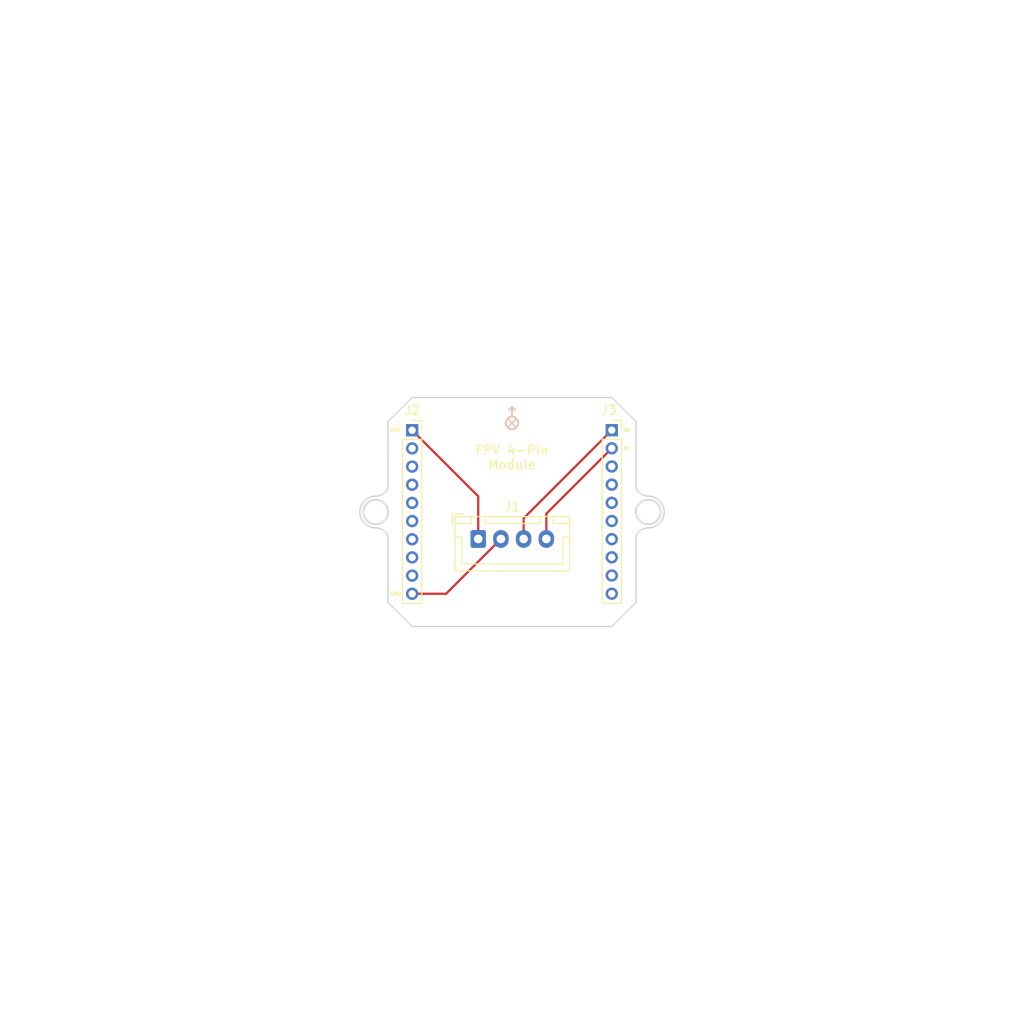
<source format=kicad_pcb>
(kicad_pcb (version 20221018) (generator pcbnew)
  (title_block (title "4-pin FPV Interface for Bitcraze Crazyflie 2.0") (date "2023-10-02") (company "Jose Ignacio Granados Marín") (comment 1 "Desarrollo de un vehículo aéreo no tripulado modular de bajo costo") (comment 2 "Trabajo Final de Graduación") (comment 3 "Área Académica de Ingeniería en Computadores") (comment 4 "Instituto Tecnológico de Costa Rica"))
  (layers (0 "F.Cu" signal) (31 "B.Cu" signal) (34 "B.Paste" user) (35 "F.Paste" user) (36 "B.SilkS" user "B.Silkscreen") (37 "F.SilkS" user "F.Silkscreen") (38 "B.Mask" user) (39 "F.Mask" user) (44 "Edge.Cuts" user))
  (net 0 "")
  (net 1 "Net-(J1-Pin_1)")
  (net 2 "Net-(J1-Pin_2)")
  (net 3 "Net-(J1-Pin_3)")
  (net 4 "Net-(J1-Pin_4)")
  (footprint "Connector_PinSocket_2.00mm:PinSocket_1x10_P2.00mm_Vertical" (layer "F.Cu") (at 138.33 71.28)
    (fp_text reference "J2" (at 0 -2.21) (layer "F.SilkS"))
    (fp_text value "Conn_01x10_Socket" hide)
    (fp_line (start -1.06 1) (end -1.06 19.06) (stroke (width 0.12)) (layer "F.SilkS"))
    (fp_line (start -1.06 1) (end 1.06 1) (stroke (width 0.12)) (layer "F.SilkS"))
    (fp_line (start -1.06 19.06) (end 1.06 19.06) (stroke (width 0.12)) (layer "F.SilkS"))
    (fp_line (start 0 -1.06) (end 1.06 -1.06) (stroke (width 0.12)) (layer "F.SilkS"))
    (fp_line (start 1.06 -1.06) (end 1.06 0) (stroke (width 0.12)) (layer "F.SilkS"))
    (fp_line (start 1.06 1) (end 1.06 19.06) (stroke (width 0.12)) (layer "F.SilkS"))
    (pad "1" thru_hole rect (at 0 0) (size 1.35 1.35) (drill 0.8) (layers "*.Cu" "*.Mask") (net 1 "Net-(J1-Pin_1)"))
    (pad "2" thru_hole oval (at 0 2) (size 1.35 1.35) (drill 0.8) (layers "*.Cu" "*.Mask"))
    (pad "3" thru_hole oval (at 0 4) (size 1.35 1.35) (drill 0.8) (layers "*.Cu" "*.Mask"))
    (pad "4" thru_hole oval (at 0 6) (size 1.35 1.35) (drill 0.8) (layers "*.Cu" "*.Mask"))
    (pad "5" thru_hole oval (at 0 8) (size 1.35 1.35) (drill 0.8) (layers "*.Cu" "*.Mask"))
    (pad "6" thru_hole oval (at 0 10) (size 1.35 1.35) (drill 0.8) (layers "*.Cu" "*.Mask"))
    (pad "7" thru_hole oval (at 0 12) (size 1.35 1.35) (drill 0.8) (layers "*.Cu" "*.Mask"))
    (pad "8" thru_hole oval (at 0 14) (size 1.35 1.35) (drill 0.8) (layers "*.Cu" "*.Mask"))
    (pad "9" thru_hole oval (at 0 16) (size 1.35 1.35) (drill 0.8) (layers "*.Cu" "*.Mask"))
    (pad "10" thru_hole oval (at 0 18) (size 1.35 1.35) (drill 0.8) (layers "*.Cu" "*.Mask") (net 2 "Net-(J1-Pin_2)"))
  )
  (footprint "bitcraze:EXP_ORIENTATION" (layer "F.Cu") (at 149.32 70.48 90)
    (fp_text reference "EXP_ORIENTATION" hide)
    (fp_text value "VAL**" hide)
    (fp_line (start 0 0) (end -0.475 -0.475) (stroke (width 0.15)) (layer "B.SilkS"))
    (fp_line (start 0 0) (end -0.475 0.475) (stroke (width 0.15)) (layer "B.SilkS"))
    (fp_line (start 0 0) (end 0.475 -0.475) (stroke (width 0.15)) (layer "B.SilkS"))
    (fp_line (start 0 0) (end 0.475 0.475) (stroke (width 0.15)) (layer "B.SilkS"))
    (fp_line (start 0.7 0) (end 1.8 0) (stroke (width 0.15)) (layer "B.SilkS"))
    (fp_line (start 1.8 0) (end 1.4 -0.35) (stroke (width 0.15)) (layer "B.SilkS"))
    (fp_line (start 1.8 0) (end 1.4 0.35) (stroke (width 0.15)) (layer "B.SilkS"))
    (fp_circle (center 0 0) (end 0.7 0.025) (stroke (width 0.15)) (fill none) (layer "B.SilkS"))
    (fp_line (start 0.7 0) (end 1.8 0) (stroke (width 0.15)) (layer "F.SilkS"))
    (fp_line (start 1.8 0) (end 1.4 -0.35) (stroke (width 0.15)) (layer "F.SilkS"))
    (fp_line (start 1.8 0) (end 1.4 0.35) (stroke (width 0.15)) (layer "F.SilkS"))
    (fp_circle (center 0 0) (end 0.075 0.025) (stroke (width 0.15)) (fill none) (layer "F.SilkS"))
    (fp_circle (center 0 0) (end 0.7 0.025) (stroke (width 0.15)) (fill none) (layer "F.SilkS"))
  )
  (footprint "Connector_PinSocket_2.00mm:PinSocket_1x10_P2.00mm_Vertical" (layer "F.Cu") (at 160.3 71.27)
    (fp_text reference "J3" (at -0.31 -2.2) (layer "F.SilkS"))
    (fp_text value "Conn_01x10_Socket" hide)
    (fp_line (start -1.06 1) (end -1.06 19.06) (stroke (width 0.12)) (layer "F.SilkS"))
    (fp_line (start -1.06 1) (end 1.06 1) (stroke (width 0.12)) (layer "F.SilkS"))
    (fp_line (start -1.06 19.06) (end 1.06 19.06) (stroke (width 0.12)) (layer "F.SilkS"))
    (fp_line (start 0 -1.06) (end 1.06 -1.06) (stroke (width 0.12)) (layer "F.SilkS"))
    (fp_line (start 1.06 -1.06) (end 1.06 0) (stroke (width 0.12)) (layer "F.SilkS"))
    (fp_line (start 1.06 1) (end 1.06 19.06) (stroke (width 0.12)) (layer "F.SilkS"))
    (pad "1" thru_hole rect (at 0 0) (size 1.35 1.35) (drill 0.8) (layers "*.Cu" "*.Mask") (net 3 "Net-(J1-Pin_3)"))
    (pad "2" thru_hole oval (at 0 2) (size 1.35 1.35) (drill 0.8) (layers "*.Cu" "*.Mask") (net 4 "Net-(J1-Pin_4)"))
    (pad "3" thru_hole oval (at 0 4) (size 1.35 1.35) (drill 0.8) (layers "*.Cu" "*.Mask"))
    (pad "4" thru_hole oval (at 0 6) (size 1.35 1.35) (drill 0.8) (layers "*.Cu" "*.Mask"))
    (pad "5" thru_hole oval (at 0 8) (size 1.35 1.35) (drill 0.8) (layers "*.Cu" "*.Mask"))
    (pad "6" thru_hole oval (at 0 10) (size 1.35 1.35) (drill 0.8) (layers "*.Cu" "*.Mask"))
    (pad "7" thru_hole oval (at 0 12) (size 1.35 1.35) (drill 0.8) (layers "*.Cu" "*.Mask"))
    (pad "8" thru_hole oval (at 0 14) (size 1.35 1.35) (drill 0.8) (layers "*.Cu" "*.Mask"))
    (pad "9" thru_hole oval (at 0 16) (size 1.35 1.35) (drill 0.8) (layers "*.Cu" "*.Mask"))
    (pad "10" thru_hole oval (at 0 18) (size 1.35 1.35) (drill 0.8) (layers "*.Cu" "*.Mask"))
  )
  (footprint "Connector_JST:JST_XH_B4B-XH-A_1x04_P2.50mm_Vertical" (layer "F.Cu") (at 145.6 83.245)
    (fp_text reference "J1" (at 3.75 -3.55) (layer "F.SilkS"))
    (fp_text value "Conn_01x04_Socket" hide)
    (fp_line (start -2.85 -2.75) (end -2.85 -1.5) (stroke (width 0.12)) (layer "F.SilkS"))
    (fp_line (start -2.56 -2.46) (end -2.56 3.51) (stroke (width 0.12)) (layer "F.SilkS"))
    (fp_line (start -2.56 3.51) (end 10.06 3.51) (stroke (width 0.12)) (layer "F.SilkS"))
    (fp_line (start -2.55 -2.45) (end -2.55 -1.7) (stroke (width 0.12)) (layer "F.SilkS"))
    (fp_line (start -2.55 -1.7) (end -0.75 -1.7) (stroke (width 0.12)) (layer "F.SilkS"))
    (fp_line (start -2.55 -0.2) (end -1.8 -0.2) (stroke (width 0.12)) (layer "F.SilkS"))
    (fp_line (start -1.8 -0.2) (end -1.8 2.75) (stroke (width 0.12)) (layer "F.SilkS"))
    (fp_line (start -1.8 2.75) (end 3.75 2.75) (stroke (width 0.12)) (layer "F.SilkS"))
    (fp_line (start -1.6 -2.75) (end -2.85 -2.75) (stroke (width 0.12)) (layer "F.SilkS"))
    (fp_line (start -0.75 -2.45) (end -2.55 -2.45) (stroke (width 0.12)) (layer "F.SilkS"))
    (fp_line (start -0.75 -1.7) (end -0.75 -2.45) (stroke (width 0.12)) (layer "F.SilkS"))
    (fp_line (start 0.75 -2.45) (end 0.75 -1.7) (stroke (width 0.12)) (layer "F.SilkS"))
    (fp_line (start 0.75 -1.7) (end 6.75 -1.7) (stroke (width 0.12)) (layer "F.SilkS"))
    (fp_line (start 6.75 -2.45) (end 0.75 -2.45) (stroke (width 0.12)) (layer "F.SilkS"))
    (fp_line (start 6.75 -1.7) (end 6.75 -2.45) (stroke (width 0.12)) (layer "F.SilkS"))
    (fp_line (start 8.25 -2.45) (end 8.25 -1.7) (stroke (width 0.12)) (layer "F.SilkS"))
    (fp_line (start 8.25 -1.7) (end 10.05 -1.7) (stroke (width 0.12)) (layer "F.SilkS"))
    (fp_line (start 9.3 -0.2) (end 9.3 2.75) (stroke (width 0.12)) (layer "F.SilkS"))
    (fp_line (start 9.3 2.75) (end 3.75 2.75) (stroke (width 0.12)) (layer "F.SilkS"))
    (fp_line (start 10.05 -2.45) (end 8.25 -2.45) (stroke (width 0.12)) (layer "F.SilkS"))
    (fp_line (start 10.05 -1.7) (end 10.05 -2.45) (stroke (width 0.12)) (layer "F.SilkS"))
    (fp_line (start 10.05 -0.2) (end 9.3 -0.2) (stroke (width 0.12)) (layer "F.SilkS"))
    (fp_line (start 10.06 -2.46) (end -2.56 -2.46) (stroke (width 0.12)) (layer "F.SilkS"))
    (fp_line (start 10.06 3.51) (end 10.06 -2.46) (stroke (width 0.12)) (layer "F.SilkS"))
    (pad "1" thru_hole roundrect (at 0 0) (size 1.7 1.95) (drill 0.95) (layers "*.Cu" "*.Mask") (roundrect_rratio 0.1470588235) (net 1 "Net-(J1-Pin_1)"))
    (pad "2" thru_hole oval (at 2.5 0) (size 1.7 1.95) (drill 0.95) (layers "*.Cu" "*.Mask") (net 2 "Net-(J1-Pin_2)"))
    (pad "3" thru_hole oval (at 5 0) (size 1.7 1.95) (drill 0.95) (layers "*.Cu" "*.Mask") (net 3 "Net-(J1-Pin_3)"))
    (pad "4" thru_hole oval (at 7.5 0) (size 1.7 1.95) (drill 0.95) (layers "*.Cu" "*.Mask") (net 4 "Net-(J1-Pin_4)"))
  )
  (gr_line (start 133.291018 78.86448) (end 133.211854 78.925557) (stroke (width 0.15)) (layer "Edge.Cuts"))
  (gr_line (start 134.87665 78.419266) (end 134.783021 78.454333) (stroke (width 0.15)) (layer "Edge.Cuts"))
  (gr_line (start 134.517179 82.044017) (end 134.615656 82.061292) (stroke (width 0.15)) (layer "Edge.Cuts"))
  (gr_line (start 166.069317 80.231112) (end 166.069254 80.331099) (stroke (width 0.15)) (layer "Edge.Cuts"))
  (gr_line (start 165.642957 79.134449) (end 165.706222 79.211876) (stroke (width 0.15)) (layer "Edge.Cuts"))
  (gr_line (start 163.325178 82.428846) (end 163.255116 82.500172) (stroke (width 0.15)) (layer "Edge.Cuts"))
  (gr_line (start 133.37354 78.808023) (end 133.291018 78.86448) (stroke (width 0.15)) (layer "Edge.Cuts"))
  (gr_line (start 164.519565 78.541416) (end 164.618533 78.555651) (stroke (width 0.15)) (layer "Edge.Cuts"))
  (gr_line (start 165.911271 81.008256) (end 165.867082 81.097948) (stroke (width 0.15)) (layer "Edge.Cuts"))
  (gr_line (start 133.925628 81.984985) (end 134.023647 82.004725) (stroke (width 0.15)) (layer "Edge.Cuts"))
  (gr_line (start 135.653179 82.919159) (end 135.67 90.23) (stroke (width 0.15)) (layer "Edge.Cuts"))
  (gr_line (start 132.627258 79.836012) (end 132.604664 79.933413) (stroke (width 0.15)) (layer "Edge.Cuts"))
  (gr_line (start 134.615656 82.061292) (end 134.712708 82.085312) (stroke (width 0.15)) (layer "Edge.Cuts"))
  (gr_line (start 162.22 69.58) (end 160.32 67.68) (stroke (width 0.15)) (layer "Edge.Cuts"))
  (gr_line (start 164.32217 82.029999) (end 164.32217 82.029999) (stroke (width 0.15)) (layer "Edge.Cuts"))
  (gr_line (start 164.248807 78.528256) (end 164.32 78.53) (stroke (width 0.15)) (layer "Edge.Cuts"))
  (gr_line (start 135.220639 78.217609) (end 135.140051 78.276783) (stroke (width 0.15)) (layer "Edge.Cuts"))
  (gr_line (start 133.73377 81.928889) (end 133.828898 81.959678) (stroke (width 0.15)) (layer "Edge.Cuts"))
  (gr_line (start 166.034897 80.628755) (end 166.01218 80.726127) (stroke (width 0.15)) (layer "Edge.Cuts"))
  (gr_line (start 135.684789 77.578396) (end 135.647017 77.670967) (stroke (width 0.15)) (layer "Edge.Cuts"))
  (gr_line (start 133.137939 81.570439) (end 133.213567 81.635842) (stroke (width 0.15)) (layer "Edge.Cuts"))
  (gr_line (start 132.655378 79.740062) (end 132.627258 79.836012) (stroke (width 0.15)) (layer "Edge.Cuts"))
  (gr_circle (center 164.32 80.28) (end 165.67 80.28) (stroke (width 0.2)) (fill none) (layer "Edge.Cuts"))
  (gr_line (start 135.384884 82.500172) (end 135.449863 82.576157) (stroke (width 0.15)) (layer "Edge.Cuts"))
  (gr_line (start 132.62782 80.726127) (end 132.656061 80.822042) (stroke (width 0.15)) (layer "Edge.Cuts"))
  (gr_line (start 165.867082 81.097948) (end 165.817842 81.18497) (stroke (width 0.15)) (layer "Edge.Cuts"))
  (gr_line (start 135.647017 77.670967) (end 135.602974 77.760724) (stroke (width 0.15)) (layer "Edge.Cuts"))
  (gr_line (start 164.811102 81.959678) (end 164.714372 81.984985) (stroke (width 0.15)) (layer "Edge.Cuts"))
  (gr_line (start 165.503691 78.991056) (end 165.575373 79.060763) (stroke (width 0.15)) (layer "Edge.Cuts"))
  (gr_line (start 132.933778 79.211876) (end 132.875038 79.292789) (stroke (width 0.15)) (layer "Edge.Cuts"))
  (gr_line (start 134.32 78.53) (end 134.220054 78.532856) (stroke (width 0.15)) (layer "Edge.Cuts"))
  (gr_line (start 165.426433 81.635842) (end 165.347192 81.696819) (stroke (width 0.15)) (layer "Edge.Cuts"))
  (gr_line (start 166.052016 80.530245) (end 166.034897 80.628755) (stroke (width 0.15)) (layer "Edge.Cuts"))
  (gr_line (start 134.712708 82.085312) (end 134.807874 82.115963) (stroke (width 0.15)) (layer "Edge.Cuts"))
  (gr_line (start 165.180848 78.756372) (end 165.26646 78.808023) (stroke (width 0.15)) (layer "Edge.Cuts"))
  (gr_line (start 135.140051 78.276783) (end 135.055588 78.330281) (stroke (width 0.15)) (layer "Edge.Cuts"))
  (gr_line (start 135.314822 82.428846) (end 135.384884 82.500172) (stroke (width 0.15)) (layer "Edge.Cuts"))
  (gr_line (start 165.950266 80.916188) (end 165.911271 81.008256) (stroke (width 0.15)) (layer "Edge.Cuts"))
  (gr_circle (center 134.32 80.28) (end 135.67 80.28) (stroke (width 0.2)) (fill none) (layer "Edge.Cuts"))
  (gr_line (start 134.687204 78.482884) (end 134.589652 78.504785) (stroke (width 0.15)) (layer "Edge.Cuts"))
  (gr_line (start 162.955211 77.578396) (end 162.992983 77.670967) (stroke (width 0.15)) (layer "Edge.Cuts"))
  (gr_line (start 164.417737 82.027269) (end 164.32217 82.029999) (stroke (width 0.15)) (layer "Edge.Cuts"))
  (gr_line (start 163.190137 82.576157) (end 163.130547 82.656438) (stroke (width 0.15)) (layer "Edge.Cuts"))
  (gr_line (start 132.72781 79.553755) (end 132.688931 79.645873) (stroke (width 0.15)) (layer "Edge.Cuts"))
  (gr_line (start 134.220054 78.532856) (end 134.120435 78.541416) (stroke (width 0.15)) (layer "Edge.Cuts"))
  (gr_line (start 165.641508 81.427222) (end 165.573831 81.500823) (stroke (width 0.15)) (layer "Edge.Cuts"))
  (gr_line (start 163.143059 77.930117) (end 163.20455 78.008951) (stroke (width 0.15)) (layer "Edge.Cuts"))
  (gr_line (start 165.868114 79.464008) (end 165.91219 79.553755) (stroke (width 0.15)) (layer "Edge.Cuts"))
  (gr_line (start 132.576519 80.430918) (end 132.587984 80.530245) (stroke (width 0.15)) (layer "Edge.Cuts"))
  (gr_line (start 133.461078 81.804715) (end 133.54956 81.851281) (stroke (width 0.15)) (layer "Edge.Cuts"))
  (gr_line (start 165.001482 78.668143) (end 165.092426 78.709694) (stroke (width 0.15)) (layer "Edge.Cuts"))
  (gr_line (start 163.562411 82.246089) (end 163.479191 82.301502) (stroke (width 0.15)) (layer "Edge.Cuts"))
  (gr_line (start 163.952796 78.482884) (end 164.050348 78.504785) (stroke (width 0.15)) (layer "Edge.Cuts"))
  (gr_line (start 163.076632 82.740636) (end 163.028647 82.828348) (stroke (width 0.15)) (layer "Edge.Cuts"))
  (gr_line (start 133.213567 81.635842) (end 133.292808 81.696819) (stroke (width 0.15)) (layer "Edge.Cuts"))
  (gr_line (start 164.32217 82.029999) (end 164.222254 82.03357) (stroke (width 0.15)) (layer "Edge.Cuts"))
  (gr_line (start 163.271312 78.083376) (end 163.343028 78.153038) (stroke (width 0.15)) (layer "Edge.Cuts"))
  (gr_line (start 133.54956 81.851281) (end 133.640556 81.892717) (stroke (width 0.15)) (layer "Edge.Cuts"))
  (gr_line (start 133.066169 81.500823) (end 133.137939 81.570439) (stroke (width 0.15)) (layer "Edge.Cuts"))
  (gr_line (start 163.399988 82.362517) (end 163.325178 82.428846) (stroke (width 0.15)) (layer "Edge.Cuts"))
  (gr_line (start 163.130547 82.656438) (end 163.076632 82.740636) (stroke (width 0.15)) (layer "Edge.Cuts"))
  (gr_line (start 135.160809 82.301502) (end 135.240012 82.362517) (stroke (width 0.15)) (layer "Edge.Cuts"))
  (gr_line (start 132.821015 79.376924) (end 132.771886 79.464008) (stroke (width 0.15)) (layer "Edge.Cuts"))
  (gr_line (start 133.731686 78.631853) (end 133.638518 78.668143) (stroke (width 0.15)) (layer "Edge.Cuts"))
  (gr_line (start 135.55287 77.847244) (end 135.496941 77.930117) (stroke (width 0.15)) (layer "Edge.Cuts"))
  (gr_line (start 165.763713 81.269037) (end 165.704871 81.349876) (stroke (width 0.15)) (layer "Edge.Cuts"))
  (gr_line (start 135.496941 77.930117) (end 135.43545 78.008951) (stroke (width 0.15)) (layer "Edge.Cuts"))
  (gr_line (start 163.08713 77.847244) (end 163.143059 77.930117) (stroke (width 0.15)) (layer "Edge.Cuts"))
  (gr_line (start 133.064627 79.060763) (end 132.997043 79.134449) (stroke (width 0.15)) (layer "Edge.Cuts"))
  (gr_line (start 166.063481 80.430918) (end 166.052016 80.530245) (stroke (width 0.15)) (layer "Edge.Cuts"))
  (gr_line (start 134.31783 82.029999) (end 134.417746 82.03357) (stroke (width 0.15)) (layer "Edge.Cuts"))
  (gr_line (start 164.999444 81.892717) (end 164.90623 81.928889) (stroke (width 0.15)) (layer "Edge.Cuts"))
  (gr_line (start 132.997043 79.134449) (end 132.933778 79.211876) (stroke (width 0.15)) (layer "Edge.Cuts"))
  (gr_line (start 163.419361 78.217609) (end 163.499949 78.276783) (stroke (width 0.15)) (layer "Edge.Cuts"))
  (gr_line (start 165.178922 81.804715) (end 165.09044 81.851281) (stroke (width 0.15)) (layer "Edge.Cuts"))
  (gr_line (start 135.055588 78.330281) (end 134.967649 78.377851) (stroke (width 0.15)) (layer "Edge.Cuts"))
  (gr_line (start 164.122821 82.044017) (end 164.024344 82.061292) (stroke (width 0.15)) (layer "Edge.Cuts"))
  (gr_line (start 133.923474 78.575515) (end 133.826775 78.600944) (stroke (width 0.15)) (layer "Edge.Cuts"))
  (gr_line (start 165.706222 79.211876) (end 165.764962 79.292789) (stroke (width 0.15)) (layer "Edge.Cuts"))
  (gr_line (start 163.037026 77.760724) (end 163.08713 77.847244) (stroke (width 0.15)) (layer "Edge.Cuts"))
  (gr_line (start 135.509453 82.656438) (end 135.563368 82.740636) (stroke (width 0.15)) (layer "Edge.Cuts"))
  (gr_line (start 164.517367 82.018835) (end 164.417737 82.027269) (stroke (width 0.15)) (layer "Edge.Cuts"))
  (gr_line (start 132.876287 81.269037) (end 132.935129 81.349876) (stroke (width 0.15)) (layer "Edge.Cuts"))
  (gr_line (start 132.998492 81.427222) (end 133.066169 81.500823) (stroke (width 0.15)) (layer "Edge.Cuts"))
  (gr_line (start 164.222254 82.03357) (end 164.122821 82.044017) (stroke (width 0.15)) (layer "Edge.Cuts"))
  (gr_line (start 135.602974 77.760724) (end 135.55287 77.847244) (stroke (width 0.15)) (layer "Edge.Cuts"))
  (gr_line (start 165.09044 81.851281) (end 164.999444 81.892717) (stroke (width 0.15)) (layer "Edge.Cuts"))
  (gr_line (start 132.822158 81.18497) (end 132.876287 81.269037) (stroke (width 0.15)) (layer "Edge.Cuts"))
  (gr_line (start 163.76335 78.419266) (end 163.856979 78.454333) (stroke (width 0.15)) (layer "Edge.Cuts"))
  (gr_line (start 134.967649 78.377851) (end 134.87665 78.419266) (stroke (width 0.15)) (layer "Edge.Cuts"))
  (gr_line (start 135.077589 82.246089) (end 135.160809 82.301502) (stroke (width 0.15)) (layer "Edge.Cuts"))
  (gr_line (start 135.43545 78.008951) (end 135.368688 78.083376) (stroke (width 0.15)) (layer "Edge.Cuts"))
  (gr_line (start 163.672351 78.377851) (end 163.76335 78.419266) (stroke (width 0.15)) (layer "Edge.Cuts"))
  (gr_line (start 132.587669 80.031944) (end 132.57633 80.131285) (stroke (width 0.15)) (layer "Edge.Cuts"))
  (gr_line (start 166.069254 80.331099) (end 166.063481 80.430918) (stroke (width 0.15)) (layer "Edge.Cuts"))
  (gr_line (start 132.688931 79.645873) (end 132.655378 79.740062) (stroke (width 0.15)) (layer "Edge.Cuts"))
  (gr_line (start 165.348982 78.86448) (end 165.428146 78.925557) (stroke (width 0.15)) (layer "Edge.Cuts"))
  (gr_line (start 163.028647 82.828348) (end 162.986821 82.919159) (stroke (width 0.15)) (layer "Edge.Cuts"))
  (gr_line (start 138.32 67.68) (end 158.52 67.68) (stroke (width 0.15)) (layer "Edge.Cuts"))
  (gr_line (start 163.20455 78.008951) (end 163.271312 78.083376) (stroke (width 0.15)) (layer "Edge.Cuts"))
  (gr_line (start 134.807874 82.115963) (end 134.900701 82.153098) (stroke (width 0.15)) (layer "Edge.Cuts"))
  (gr_line (start 165.428146 78.925557) (end 165.503691 78.991056) (stroke (width 0.15)) (layer "Edge.Cuts"))
  (gr_line (start 166.052331 80.031944) (end 166.06367 80.131285) (stroke (width 0.15)) (layer "Edge.Cuts"))
  (gr_line (start 134.391193 78.528256) (end 134.32 78.53) (stroke (width 0.15)) (layer "Edge.Cuts"))
  (gr_line (start 132.875038 79.292789) (end 132.821015 79.376924) (stroke (width 0.15)) (layer "Edge.Cuts"))
  (gr_line (start 165.573831 81.500823) (end 165.502061 81.570439) (stroke (width 0.15)) (layer "Edge.Cuts"))
  (gr_line (start 164.908314 78.631853) (end 165.001482 78.668143) (stroke (width 0.15)) (layer "Edge.Cuts"))
  (gr_line (start 136.42 90.98) (end 138.32 92.88) (stroke (width 0.15)) (layer "Edge.Cuts"))
  (gr_line (start 133.638518 78.668143) (end 133.547574 78.709694) (stroke (width 0.15)) (layer "Edge.Cuts"))
  (gr_line (start 134.490826 78.519933) (end 134.391193 78.528256) (stroke (width 0.15)) (layer "Edge.Cuts"))
  (gr_line (start 134.783021 78.454333) (end 134.687204 78.482884) (stroke (width 0.15)) (layer "Edge.Cuts"))
  (gr_line (start 163.479191 82.301502) (end 163.399988 82.362517) (stroke (width 0.15)) (layer "Edge.Cuts"))
  (gr_line (start 166.01218 80.726127) (end 165.983939 80.822042) (stroke (width 0.15)) (layer "Edge.Cuts"))
  (gr_line (start 162.992983 77.670967) (end 163.037026 77.760724) (stroke (width 0.15)) (layer "Edge.Cuts"))
  (gr_line (start 132.570746 80.331099) (end 132.576519 80.430918) (stroke (width 0.15)) (layer "Edge.Cuts"))
  (gr_line (start 133.547574 78.709694) (end 133.459152 78.756372) (stroke (width 0.15)) (layer "Edge.Cuts"))
  (gr_line (start 135.563368 82.740636) (end 135.611353 82.828348) (stroke (width 0.15)) (layer "Edge.Cuts"))
  (gr_line (start 165.347192 81.696819) (end 165.264599 81.753172) (stroke (width 0.15)) (layer "Edge.Cuts"))
  (gr_line (start 133.826775 78.600944) (end 133.731686 78.631853) (stroke (width 0.15)) (layer "Edge.Cuts"))
  (gr_line (start 164.32 78.53) (end 164.419946 78.532856) (stroke (width 0.15)) (layer "Edge.Cuts"))
  (gr_line (start 135.67 90.23) (end 136.42 90.98) (stroke (width 0.15)) (layer "Edge.Cuts"))
  (gr_line (start 134.990749 82.196543) (end 135.077589 82.246089) (stroke (width 0.15)) (layer "Edge.Cuts"))
  (gr_line (start 165.26646 78.808023) (end 165.348982 78.86448) (stroke (width 0.15)) (layer "Edge.Cuts"))
  (gr_line (start 163.856979 78.454333) (end 163.952796 78.482884) (stroke (width 0.15)) (layer "Edge.Cuts"))
  (gr_line (start 165.092426 78.709694) (end 165.180848 78.756372) (stroke (width 0.15)) (layer "Edge.Cuts"))
  (gr_line (start 166.035336 79.933413) (end 166.052331 80.031944) (stroke (width 0.15)) (layer "Edge.Cuts"))
  (gr_line (start 163.343028 78.153038) (end 163.419361 78.217609) (stroke (width 0.15)) (layer "Edge.Cuts"))
  (gr_line (start 162.97 90.23) (end 162.22 90.98) (stroke (width 0.15)) (layer "Edge.Cuts"))
  (gr_line (start 164.813225 78.600944) (end 164.908314 78.631853) (stroke (width 0.15)) (layer "Edge.Cuts"))
  (gr_line (start 132.57633 80.131285) (end 132.570683 80.231112) (stroke (width 0.15)) (layer "Edge.Cuts"))
  (gr_line (start 165.984622 79.740062) (end 166.012742 79.836012) (stroke (width 0.15)) (layer "Edge.Cuts"))
  (gr_line (start 134.120435 78.541416) (end 134.021467 78.555651) (stroke (width 0.15)) (layer "Edge.Cuts"))
  (gr_line (start 165.704871 81.349876) (end 165.641508 81.427222) (stroke (width 0.15)) (layer "Edge.Cuts"))
  (gr_line (start 166.06367 80.131285) (end 166.069317 80.231112) (stroke (width 0.15)) (layer "Edge.Cuts"))
  (gr_line (start 162.97 70.33) (end 162.22 69.58) (stroke (width 0.15)) (layer "Edge.Cuts"))
  (gr_line (start 164.714372 81.984985) (end 164.616353 82.004725) (stroke (width 0.15)) (layer "Edge.Cuts"))
  (gr_line (start 166.012742 79.836012) (end 166.035336 79.933413) (stroke (width 0.15)) (layer "Edge.Cuts"))
  (gr_line (start 164.050348 78.504785) (end 164.149174 78.519933) (stroke (width 0.15)) (layer "Edge.Cuts"))
  (gr_line (start 132.772918 81.097948) (end 132.822158 81.18497) (stroke (width 0.15)) (layer "Edge.Cuts"))
  (gr_line (start 165.764962 79.292789) (end 165.818985 79.376924) (stroke (width 0.15)) (layer "Edge.Cuts"))
  (gr_line (start 163.927292 82.085312) (end 163.832126 82.115963) (stroke (width 0.15)) (layer "Edge.Cuts"))
  (gr_line (start 160.32 67.68) (end 158.52 67.68) (stroke (width 0.15)) (layer "Edge.Cuts"))
  (gr_line (start 163.255116 82.500172) (end 163.190137 82.576157) (stroke (width 0.15)) (layer "Edge.Cuts"))
  (gr_line (start 164.90623 81.928889) (end 164.811102 81.959678) (stroke (width 0.15)) (layer "Edge.Cuts"))
  (gr_line (start 160.32 92.88) (end 138.32 92.88) (stroke (width 0.15)) (layer "Edge.Cuts"))
  (gr_line (start 133.640556 81.892717) (end 133.73377 81.928889) (stroke (width 0.15)) (layer "Edge.Cuts"))
  (gr_line (start 165.575373 79.060763) (end 165.642957 79.134449) (stroke (width 0.15)) (layer "Edge.Cuts"))
  (gr_line (start 133.292808 81.696819) (end 133.375401 81.753172) (stroke (width 0.15)) (layer "Edge.Cuts"))
  (gr_line (start 164.618533 78.555651) (end 164.716526 78.575515) (stroke (width 0.15)) (layer "Edge.Cuts"))
  (gr_line (start 133.828898 81.959678) (end 133.925628 81.984985) (stroke (width 0.15)) (layer "Edge.Cuts"))
  (gr_line (start 132.935129 81.349876) (end 132.998492 81.427222) (stroke (width 0.15)) (layer "Edge.Cuts"))
  (gr_line (start 132.587984 80.530245) (end 132.605103 80.628755) (stroke (width 0.15)) (layer "Edge.Cuts"))
  (gr_line (start 132.771886 79.464008) (end 132.72781 79.553755) (stroke (width 0.15)) (layer "Edge.Cuts"))
  (gr_line (start 134.222263 82.027269) (end 134.31783 82.029999) (stroke (width 0.15)) (layer "Edge.Cuts"))
  (gr_line (start 165.91219 79.553755) (end 165.951069 79.645873) (stroke (width 0.15)) (layer "Edge.Cuts"))
  (gr_line (start 162.986821 82.919159) (end 162.97 90.23) (stroke (width 0.15)) (layer "Edge.Cuts"))
  (gr_line (start 163.499949 78.276783) (end 163.584412 78.330281) (stroke (width 0.15)) (layer "Edge.Cuts"))
  (gr_line (start 165.817842 81.18497) (end 165.763713 81.269037) (stroke (width 0.15)) (layer "Edge.Cuts"))
  (gr_line (start 164.024344 82.061292) (end 163.927292 82.085312) (stroke (width 0.15)) (layer "Edge.Cuts"))
  (gr_line (start 134.589652 78.504785) (end 134.490826 78.519933) (stroke (width 0.15)) (layer "Edge.Cuts"))
  (gr_line (start 133.375401 81.753172) (end 133.461078 81.804715) (stroke (width 0.15)) (layer "Edge.Cuts"))
  (gr_line (start 135.296972 78.153038) (end 135.220639 78.217609) (stroke (width 0.15)) (layer "Edge.Cuts"))
  (gr_line (start 164.716526 78.575515) (end 164.813225 78.600944) (stroke (width 0.15)) (layer "Edge.Cuts"))
  (gr_line (start 132.689734 80.916188) (end 132.728729 81.008256) (stroke (width 0.15)) (layer "Edge.Cuts"))
  (gr_line (start 134.900701 82.153098) (end 134.990749 82.196543) (stroke (width 0.15)) (layer "Edge.Cuts"))
  (gr_line (start 135.449863 82.576157) (end 135.509453 82.656438) (stroke (width 0.15)) (layer "Edge.Cuts"))
  (gr_line (start 132.656061 80.822042) (end 132.689734 80.916188) (stroke (width 0.15)) (layer "Edge.Cuts"))
  (gr_line (start 134.023647 82.004725) (end 134.122633 82.018835) (stroke (width 0.15)) (layer "Edge.Cuts"))
  (gr_line (start 134.122633 82.018835) (end 134.222263 82.027269) (stroke (width 0.15)) (layer "Edge.Cuts"))
  (gr_line (start 135.611353 82.828348) (end 135.653179 82.919159) (stroke (width 0.15)) (layer "Edge.Cuts"))
  (gr_line (start 163.649251 82.196543) (end 163.562411 82.246089) (stroke (width 0.15)) (layer "Edge.Cuts"))
  (gr_line (start 165.818985 79.376924) (end 165.868114 79.464008) (stroke (width 0.15)) (layer "Edge.Cuts"))
  (gr_line (start 165.983939 80.822042) (end 165.950266 80.916188) (stroke (width 0.15)) (layer "Edge.Cuts"))
  (gr_line (start 164.419946 78.532856) (end 164.519565 78.541416) (stroke (width 0.15)) (layer "Edge.Cuts"))
  (gr_line (start 135.684789 77.578396) (end 135.67 70.33) (stroke (width 0.15)) (layer "Edge.Cuts"))
  (gr_line (start 133.136309 78.991056) (end 133.064627 79.060763) (stroke (width 0.15)) (layer "Edge.Cuts"))
  (gr_line (start 165.264599 81.753172) (end 165.178922 81.804715) (stroke (width 0.15)) (layer "Edge.Cuts"))
  (gr_line (start 162.22 90.98) (end 160.32 92.88) (stroke (width 0.15)) (layer "Edge.Cuts"))
  (gr_line (start 135.368688 78.083376) (end 135.296972 78.153038) (stroke (width 0.15)) (layer "Edge.Cuts"))
  (gr_line (start 165.502061 81.570439) (end 165.426433 81.635842) (stroke (width 0.15)) (layer "Edge.Cuts"))
  (gr_line (start 135.240012 82.362517) (end 135.314822 82.428846) (stroke (width 0.15)) (layer "Edge.Cuts"))
  (gr_line (start 133.459152 78.756372) (end 133.37354 78.808023) (stroke (width 0.15)) (layer "Edge.Cuts"))
  (gr_line (start 132.605103 80.628755) (end 132.62782 80.726127) (stroke (width 0.15)) (layer "Edge.Cuts"))
  (gr_line (start 132.570683 80.231112) (end 132.570746 80.331099) (stroke (width 0.15)) (layer "Edge.Cuts"))
  (gr_line (start 134.021467 78.555651) (end 133.923474 78.575515) (stroke (width 0.15)) (layer "Edge.Cuts"))
  (gr_line (start 164.616353 82.004725) (end 164.517367 82.018835) (stroke (width 0.15)) (layer "Edge.Cuts"))
  (gr_line (start 163.832126 82.115963) (end 163.739299 82.153098) (stroke (width 0.15)) (layer "Edge.Cuts"))
  (gr_line (start 136.42 69.58) (end 138.32 67.68) (stroke (width 0.15)) (layer "Edge.Cuts"))
  (gr_line (start 162.955211 77.578396) (end 162.97 70.33) (stroke (width 0.15)) (layer "Edge.Cuts"))
  (gr_line (start 135.67 70.33) (end 136.42 69.58) (stroke (width 0.15)) (layer "Edge.Cuts"))
  (gr_line (start 132.728729 81.008256) (end 132.772918 81.097948) (stroke (width 0.15)) (layer "Edge.Cuts"))
  (gr_line (start 164.149174 78.519933) (end 164.248807 78.528256) (stroke (width 0.15)) (layer "Edge.Cuts"))
  (gr_line (start 133.211854 78.925557) (end 133.136309 78.991056) (stroke (width 0.15)) (layer "Edge.Cuts"))
  (gr_line (start 165.951069 79.645873) (end 165.984622 79.740062) (stroke (width 0.15)) (layer "Edge.Cuts"))
  (gr_line (start 132.604664 79.933413) (end 132.587669 80.031944) (stroke (width 0.15)) (layer "Edge.Cuts"))
  (gr_line (start 134.417746 82.03357) (end 134.517179 82.044017) (stroke (width 0.15)) (layer "Edge.Cuts"))
  (gr_line (start 163.584412 78.330281) (end 163.672351 78.377851) (stroke (width 0.15)) (layer "Edge.Cuts"))
  (gr_line (start 163.739299 82.153098) (end 163.649251 82.196543) (stroke (width 0.15)) (layer "Edge.Cuts"))
  (gr_text "A1\n" (at 161.94 73.28) (layer "F.SilkS") (effects (font (size 0.4 0.4) (thickness 0.1) bold)))
  (gr_text "VCC" (at 136.5002 71.2608) (layer "F.SilkS") (effects (font (size 0.4 0.4) (thickness 0.1) bold)))
  (gr_text "FPV 4-Pin\nModule" (at 149.313 74.2688) (layer "F.SilkS") (effects (font (size 1 1))))
  (gr_text "A0" (at 161.9402 71.2808) (layer "F.SilkS") (effects (font (size 0.4 0.4) (thickness 0.1) bold)))
  (gr_text "GND" (at 136.5002 89.2808) (layer "F.SilkS") (effects (font (size 0.4 0.4) (thickness 0.1) bold)))
  (segment (start 145.6 83.245) (end 145.6 78.55) (width 0.25) (layer "F.Cu") (net 1))
  (segment (start 145.6 78.55) (end 138.33 71.28) (width 0.25) (layer "F.Cu") (net 1))
  (segment (start 142.065 89.28) (end 138.33 89.28) (width 0.25) (layer "F.Cu") (net 2))
  (segment (start 148.1 83.245) (end 142.065 89.28) (width 0.25) (layer "F.Cu") (net 2))
  (segment (start 150.6 80.97) (end 160.3 71.27) (width 0.25) (layer "F.Cu") (net 3))
  (segment (start 150.6 83.245) (end 150.6 80.97) (width 0.25) (layer "F.Cu") (net 3))
  (segment (start 153.1 80.47) (end 160.3 73.27) (width 0.25) (layer "F.Cu") (net 4))
  (segment (start 153.1 83.245) (end 153.1 80.47) (width 0.25) (layer "F.Cu") (net 4))
)
</source>
